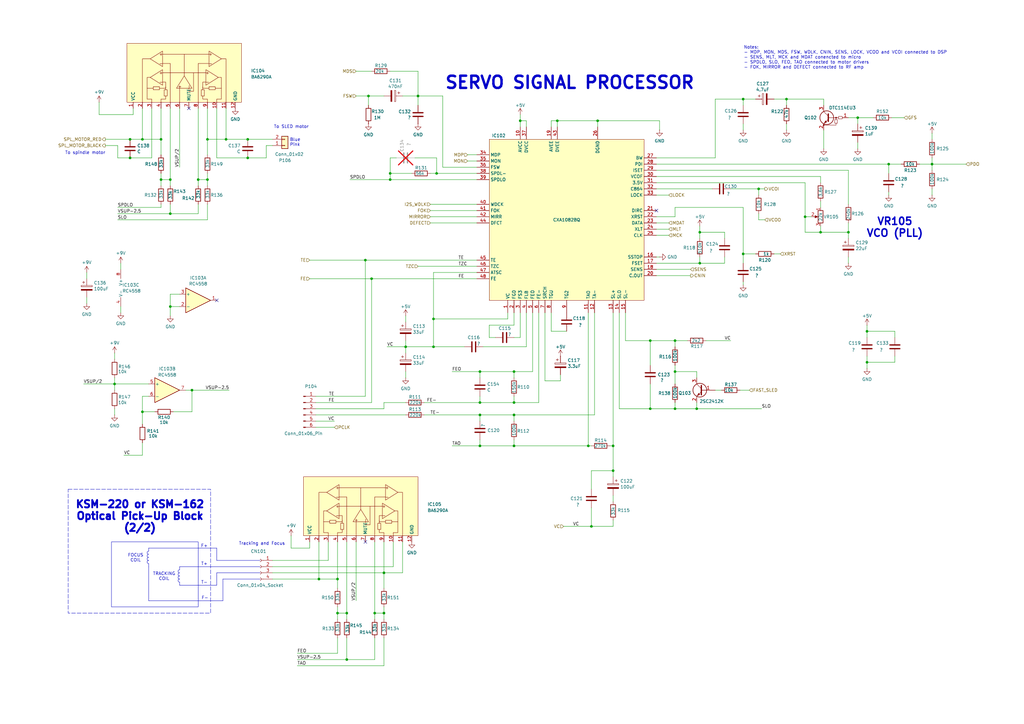
<source format=kicad_sch>
(kicad_sch (version 20231120) (generator "eeschema") (generator_version "8.0")
  (paper "A3")
  (title_block (title "PC-Engine CDR-30A (CD-ROM2) Schematics - MAIN PWR") (date "2025-02-09") (rev "0.3") (company "Author: Regis Galland"))
  (junction (at 210.82 182.88))
  (junction (at 138.43 237.49))
  (junction (at 69.85 87.63))
  (junction (at 287.02 107.95))
  (junction (at 304.8 40.64))
  (junction (at 210.82 165.1))
  (junction (at 166.37 142.24))
  (junction (at 266.7 139.7))
  (junction (at 85.09 57.15))
  (junction (at 228.6 49.53))
  (junction (at 266.7 167.64))
  (junction (at 101.6 64.77))
  (junction (at 196.85 182.88))
  (junction (at 85.09 73.66))
  (junction (at 58.42 168.91))
  (junction (at 153.67 251.46))
  (junction (at 251.46 193.04))
  (junction (at 210.82 152.4))
  (junction (at 160.02 71.12))
  (junction (at 196.85 152.4))
  (junction (at 78.74 160.02))
  (junction (at 138.43 251.46))
  (junction (at 179.07 71.12))
  (junction (at 382.27 67.31))
  (junction (at 355.6 148.59))
  (junction (at 92.71 57.15))
  (junction (at 276.86 139.7))
  (junction (at 177.8 142.24))
  (junction (at 53.34 64.77))
  (junction (at 311.15 77.47))
  (junction (at 130.81 237.49))
  (junction (at 245.11 49.53))
  (junction (at 276.86 152.4))
  (junction (at 171.45 39.37))
  (junction (at 213.36 49.53))
  (junction (at 69.85 125.73))
  (junction (at 177.8 130.81))
  (junction (at 81.28 73.66))
  (junction (at 149.86 106.68))
  (junction (at 152.4 114.3))
  (junction (at 46.99 157.48))
  (junction (at 151.13 39.37))
  (junction (at 69.85 73.66))
  (junction (at 304.8 104.14))
  (junction (at 330.2 88.9))
  (junction (at 276.86 167.64))
  (junction (at 322.58 40.64))
  (junction (at 53.34 57.15))
  (junction (at 347.98 95.25))
  (junction (at 196.85 165.1))
  (junction (at 196.85 170.18))
  (junction (at 157.48 251.46))
  (junction (at 251.46 182.88))
  (junction (at 364.49 67.31))
  (junction (at 66.04 57.15))
  (junction (at 58.42 57.15))
  (junction (at 142.24 251.46))
  (junction (at 242.57 215.9))
  (junction (at 66.04 73.66))
  (junction (at 241.3 182.88))
  (junction (at 287.02 95.25))
  (junction (at 336.55 95.25))
  (junction (at 157.48 234.95))
  (junction (at 210.82 170.18))
  (junction (at 285.75 167.64))
  (junction (at 351.79 48.26))
  (junction (at 355.6 135.89))
  (junction (at 160.02 73.66))
  (junction (at 101.6 57.15))
  (junction (at 142.24 270.51))
  (no_connect (at 149.86 222.25))
  (no_connect (at 269.24 86.36))
  (no_connect (at 88.9 123.19))
  (no_connect (at 77.47 44.45))
  (wire (pts (xy 332.74 88.9) (xy 330.2 88.9)))
  (wire (pts (xy 48.26 64.77) (xy 48.26 59.69)))
  (polyline (pts (xy 88.9 229.87) (xy 106.68 229.87)))
  (wire (pts (xy 355.6 148.59) (xy 367.03 148.59)))
  (wire (pts (xy 130.81 237.49) (xy 138.43 237.49)))
  (wire (pts (xy 73.66 120.65) (xy 69.85 120.65)))
  (wire (pts (xy 355.6 146.05) (xy 355.6 148.59)))
  (wire (pts (xy 161.29 232.41) (xy 161.29 222.25)))
  (wire (pts (xy 285.75 165.1) (xy 285.75 167.64)))
  (wire (pts (xy 276.86 139.7) (xy 281.94 139.7)))
  (wire (pts (xy 176.53 86.36) (xy 195.58 86.36)))
  (wire (pts (xy 66.04 71.12) (xy 66.04 73.66)))
  (wire (pts (xy 364.49 78.74) (xy 364.49 80.01)))
  (wire (pts (xy 185.42 182.88) (xy 196.85 182.88)))
  (wire (pts (xy 143.51 73.66) (xy 160.02 73.66)))
  (wire (pts (xy 317.5 40.64) (xy 322.58 40.64)))
  (wire (pts (xy 176.53 71.12) (xy 179.07 71.12)))
  (wire (pts (xy 129.54 162.56) (xy 149.86 162.56)))
  (wire (pts (xy 330.2 74.93) (xy 330.2 88.9)))
  (wire (pts (xy 58.42 162.56) (xy 60.96 162.56)))
  (wire (pts (xy 364.49 67.31) (xy 364.49 71.12)))
  (wire (pts (xy 242.57 208.28) (xy 242.57 215.9)))
  (wire (pts (xy 251.46 193.04) (xy 251.46 195.58)))
  (wire (pts (xy 283.21 110.49) (xy 269.24 110.49)))
  (wire (pts (xy 54.61 46.99) (xy 54.61 44.45)))
  (wire (pts (xy 48.26 85.09) (xy 66.04 85.09)))
  (wire (pts (xy 119.38 219.71) (xy 119.38 224.79)))
  (wire (pts (xy 251.46 205.74) (xy 251.46 203.2)))
  (wire (pts (xy 138.43 222.25) (xy 138.43 237.49)))
  (wire (pts (xy 274.32 80.01) (xy 269.24 80.01)))
  (wire (pts (xy 92.71 57.15) (xy 101.6 57.15)))
  (wire (pts (xy 210.82 170.18) (xy 243.84 170.18)))
  (wire (pts (xy 317.5 104.14) (xy 320.04 104.14)))
  (wire (pts (xy 274.32 91.44) (xy 269.24 91.44)))
  (wire (pts (xy 256.54 128.27) (xy 256.54 139.7)))
  (wire (pts (xy 293.37 160.02) (xy 295.91 160.02)))
  (wire (pts (xy 196.85 170.18) (xy 196.85 172.72)))
  (wire (pts (xy 297.18 107.95) (xy 287.02 107.95)))
  (wire (pts (xy 213.36 128.27) (xy 213.36 138.43)))
  (wire (pts (xy 153.67 251.46) (xy 157.48 251.46)))
  (wire (pts (xy 146.05 29.21) (xy 152.4 29.21)))
  (polyline (pts (xy 73.66 238.76) (xy 73.66 240.03)))
  (wire (pts (xy 251.46 128.27) (xy 251.46 182.88)))
  (wire (pts (xy 85.09 63.5) (xy 85.09 57.15)))
  (wire (pts (xy 179.07 71.12) (xy 195.58 71.12)))
  (wire (pts (xy 157.48 167.64) (xy 157.48 165.1)))
  (wire (pts (xy 285.75 152.4) (xy 285.75 154.94)))
  (wire (pts (xy 153.67 222.25) (xy 153.67 251.46)))
  (wire (pts (xy 250.19 182.88) (xy 251.46 182.88)))
  (wire (pts (xy 276.86 85.09) (xy 304.8 85.09)))
  (polyline (pts (xy 91.44 237.49) (xy 91.44 246.38)))
  (wire (pts (xy 152.4 114.3) (xy 152.4 165.1)))
  (wire (pts (xy 46.99 167.64) (xy 46.99 170.18)))
  (wire (pts (xy 270.51 49.53) (xy 245.11 49.53)))
  (wire (pts (xy 43.18 57.15) (xy 53.34 57.15)))
  (wire (pts (xy 66.04 57.15) (xy 66.04 63.5)))
  (wire (pts (xy 336.55 82.55) (xy 336.55 85.09)))
  (wire (pts (xy 210.82 172.72) (xy 210.82 170.18)))
  (wire (pts (xy 127 114.3) (xy 152.4 114.3)))
  (wire (pts (xy 367.03 135.89) (xy 355.6 135.89)))
  (wire (pts (xy 157.48 222.25) (xy 157.48 234.95)))
  (wire (pts (xy 365.76 48.26) (xy 370.84 48.26)))
  (wire (pts (xy 53.34 64.77) (xy 48.26 64.77)))
  (wire (pts (xy 396.24 67.31) (xy 382.27 67.31)))
  (wire (pts (xy 304.8 50.8) (xy 304.8 53.34)))
  (wire (pts (xy 336.55 72.39) (xy 336.55 74.93)))
  (wire (pts (xy 48.26 87.63) (xy 69.85 87.63)))
  (wire (pts (xy 226.06 49.53) (xy 228.6 49.53)))
  (wire (pts (xy 299.72 77.47) (xy 311.15 77.47)))
  (wire (pts (xy 347.98 48.26) (xy 351.79 48.26)))
  (wire (pts (xy 35.56 121.92) (xy 35.56 124.46)))
  (wire (pts (xy 269.24 67.31) (xy 364.49 67.31)))
  (wire (pts (xy 58.42 186.69) (xy 58.42 181.61)))
  (wire (pts (xy 210.82 180.34) (xy 210.82 182.88)))
  (wire (pts (xy 173.99 165.1) (xy 196.85 165.1)))
  (wire (pts (xy 149.86 106.68) (xy 149.86 162.56)))
  (wire (pts (xy 242.57 193.04) (xy 242.57 200.66)))
  (wire (pts (xy 274.32 93.98) (xy 269.24 93.98)))
  (wire (pts (xy 213.36 46.99) (xy 213.36 49.53)))
  (wire (pts (xy 226.06 52.07) (xy 226.06 49.53)))
  (wire (pts (xy 129.54 165.1) (xy 152.4 165.1)))
  (wire (pts (xy 129.54 170.18) (xy 166.37 170.18)))
  (wire (pts (xy 129.54 172.72) (xy 137.16 172.72)))
  (wire (pts (xy 311.15 77.47) (xy 313.69 77.47)))
  (wire (pts (xy 121.92 267.97) (xy 138.43 267.97)))
  (wire (pts (xy 215.9 49.53) (xy 213.36 49.53)))
  (wire (pts (xy 111.76 234.95) (xy 157.48 234.95)))
  (wire (pts (xy 101.6 57.15) (xy 111.76 57.15)))
  (wire (pts (xy 347.98 91.44) (xy 347.98 95.25)))
  (wire (pts (xy 119.38 224.79) (xy 127 224.79)))
  (wire (pts (xy 146.05 222.25) (xy 146.05 246.38)))
  (wire (pts (xy 309.88 40.64) (xy 304.8 40.64)))
  (wire (pts (xy 46.99 157.48) (xy 46.99 160.02)))
  (wire (pts (xy 53.34 64.77) (xy 62.23 64.77)))
  (wire (pts (xy 66.04 44.45) (xy 66.04 57.15)))
  (wire (pts (xy 218.44 152.4) (xy 218.44 128.27)))
  (wire (pts (xy 220.98 165.1) (xy 220.98 128.27)))
  (wire (pts (xy 283.21 113.03) (xy 269.24 113.03)))
  (wire (pts (xy 69.85 73.66) (xy 69.85 76.2)))
  (wire (pts (xy 171.45 109.22) (xy 195.58 109.22)))
  (wire (pts (xy 311.15 87.63) (xy 311.15 90.17)))
  (wire (pts (xy 210.82 152.4) (xy 218.44 152.4)))
  (wire (pts (xy 185.42 152.4) (xy 196.85 152.4)))
  (wire (pts (xy 151.13 39.37) (xy 151.13 43.18)))
  (wire (pts (xy 127 224.79) (xy 127 222.25)))
  (wire (pts (xy 245.11 49.53) (xy 245.11 52.07)))
  (wire (pts (xy 355.6 148.59) (xy 355.6 151.13)))
  (wire (pts (xy 304.8 40.64) (xy 293.37 40.64)))
  (wire (pts (xy 297.18 105.41) (xy 297.18 107.95)))
  (polyline (pts (xy 86.36 232.41) (xy 106.68 232.41)))
  (wire (pts (xy 130.81 237.49) (xy 130.81 222.25)))
  (wire (pts (xy 276.86 149.86) (xy 276.86 152.4)))
  (wire (pts (xy 181.61 68.58) (xy 181.61 39.37)))
  (polyline (pts (xy 73.66 240.03) (xy 86.36 240.03)))
  (wire (pts (xy 213.36 49.53) (xy 213.36 52.07)))
  (polyline (pts (xy 73.66 232.41) (xy 73.66 233.68)))
  (wire (pts (xy 347.98 69.85) (xy 347.98 83.82)))
  (polyline (pts (xy 60.96 246.38) (xy 91.44 246.38)))
  (wire (pts (xy 297.18 95.25) (xy 287.02 95.25)))
  (wire (pts (xy 251.46 193.04) (xy 242.57 193.04)))
  (wire (pts (xy 232.41 135.89) (xy 226.06 135.89)))
  (wire (pts (xy 304.8 104.14) (xy 309.88 104.14)))
  (wire (pts (xy 269.24 74.93) (xy 330.2 74.93)))
  (polyline (pts (xy 88.9 240.03) (xy 86.36 240.03)))
  (wire (pts (xy 177.8 142.24) (xy 190.5 142.24)))
  (wire (pts (xy 168.91 71.12) (xy 160.02 71.12)))
  (wire (pts (xy 179.07 64.77) (xy 179.07 71.12)))
  (wire (pts (xy 276.86 167.64) (xy 266.7 167.64)))
  (wire (pts (xy 223.52 128.27) (xy 223.52 156.21)))
  (wire (pts (xy 111.76 232.41) (xy 161.29 232.41)))
  (wire (pts (xy 287.02 95.25) (xy 287.02 97.79)))
  (wire (pts (xy 213.36 138.43) (xy 210.82 138.43)))
  (wire (pts (xy 138.43 237.49) (xy 138.43 241.3)))
  (polyline (pts (xy 91.44 237.49) (xy 106.68 237.49)))
  (wire (pts (xy 304.8 115.57) (xy 304.8 116.84)))
  (wire (pts (xy 92.71 57.15) (xy 92.71 44.45)))
  (wire (pts (xy 43.18 59.69) (xy 48.26 59.69)))
  (wire (pts (xy 287.02 107.95) (xy 287.02 105.41)))
  (wire (pts (xy 196.85 180.34) (xy 196.85 182.88)))
  (wire (pts (xy 62.23 44.45) (xy 62.23 64.77)))
  (wire (pts (xy 157.48 251.46) (xy 157.48 248.92)))
  (wire (pts (xy 176.53 91.44) (xy 195.58 91.44)))
  (polyline (pts (xy 60.96 224.79) (xy 88.9 224.79)))
  (wire (pts (xy 196.85 152.4) (xy 210.82 152.4)))
  (wire (pts (xy 109.22 59.69) (xy 111.76 59.69)))
  (wire (pts (xy 66.04 73.66) (xy 66.04 76.2)))
  (wire (pts (xy 66.04 73.66) (xy 69.85 73.66)))
  (wire (pts (xy 69.85 44.45) (xy 69.85 73.66)))
  (wire (pts (xy 165.1 234.95) (xy 165.1 222.25)))
  (wire (pts (xy 157.48 167.64) (xy 129.54 167.64)))
  (wire (pts (xy 355.6 133.35) (xy 355.6 135.89)))
  (wire (pts (xy 160.02 71.12) (xy 160.02 73.66)))
  (polyline (pts (xy 73.66 232.41) (xy 86.36 232.41)))
  (wire (pts (xy 215.9 128.27) (xy 215.9 142.24)))
  (wire (pts (xy 196.85 165.1) (xy 210.82 165.1)))
  (wire (pts (xy 322.58 40.64) (xy 337.82 40.64)))
  (wire (pts (xy 129.54 175.26) (xy 137.16 175.26)))
  (wire (pts (xy 81.28 44.45) (xy 81.28 73.66)))
  (wire (pts (xy 101.6 64.77) (xy 109.22 64.77)))
  (wire (pts (xy 166.37 142.24) (xy 177.8 142.24)))
  (wire (pts (xy 254 128.27) (xy 254 167.64)))
  (wire (pts (xy 85.09 73.66) (xy 85.09 71.12)))
  (wire (pts (xy 66.04 83.82) (xy 66.04 85.09)))
  (wire (pts (xy 46.99 147.32) (xy 46.99 144.78)))
  (wire (pts (xy 153.67 261.62) (xy 153.67 270.51)))
  (wire (pts (xy 88.9 44.45) (xy 88.9 64.77)))
  (wire (pts (xy 276.86 167.64) (xy 276.86 165.1)))
  (wire (pts (xy 336.55 95.25) (xy 347.98 95.25)))
  (wire (pts (xy 177.8 130.81) (xy 177.8 142.24)))
  (wire (pts (xy 85.09 44.45) (xy 85.09 57.15)))
  (wire (pts (xy 289.56 139.7) (xy 299.72 139.7)))
  (wire (pts (xy 176.53 83.82) (xy 195.58 83.82)))
  (wire (pts (xy 160.02 64.77) (xy 162.56 64.77)))
  (wire (pts (xy 251.46 213.36) (xy 251.46 215.9)))
  (wire (pts (xy 251.46 182.88) (xy 251.46 193.04)))
  (wire (pts (xy 256.54 139.7) (xy 266.7 139.7)))
  (wire (pts (xy 337.82 40.64) (xy 337.82 43.18)))
  (wire (pts (xy 173.99 170.18) (xy 196.85 170.18)))
  (wire (pts (xy 142.24 251.46) (xy 142.24 254)))
  (wire (pts (xy 266.7 139.7) (xy 276.86 139.7)))
  (wire (pts (xy 111.76 237.49) (xy 130.81 237.49)))
  (wire (pts (xy 88.9 64.77) (xy 101.6 64.77)))
  (wire (pts (xy 157.48 261.62) (xy 157.48 273.05)))
  (wire (pts (xy 242.57 215.9) (xy 251.46 215.9)))
  (wire (pts (xy 270.51 105.41) (xy 269.24 105.41)))
  (wire (pts (xy 242.57 182.88) (xy 241.3 182.88)))
  (wire (pts (xy 336.55 92.71) (xy 336.55 95.25)))
  (wire (pts (xy 311.15 90.17) (xy 313.69 90.17)))
  (wire (pts (xy 266.7 139.7) (xy 266.7 149.86)))
  (wire (pts (xy 53.34 57.15) (xy 58.42 57.15)))
  (wire (pts (xy 276.86 152.4) (xy 285.75 152.4)))
  (wire (pts (xy 138.43 251.46) (xy 142.24 251.46)))
  (wire (pts (xy 76.2 160.02) (xy 78.74 160.02)))
  (wire (pts (xy 208.28 128.27) (xy 208.28 130.81)))
  (wire (pts (xy 69.85 83.82) (xy 69.85 87.63)))
  (wire (pts (xy 196.85 165.1) (xy 196.85 162.56)))
  (wire (pts (xy 111.76 229.87) (xy 134.62 229.87)))
  (wire (pts (xy 229.87 156.21) (xy 229.87 153.67)))
  (wire (pts (xy 85.09 90.17) (xy 85.09 83.82)))
  (wire (pts (xy 269.24 69.85) (xy 347.98 69.85)))
  (wire (pts (xy 269.24 107.95) (xy 287.02 107.95)))
  (wire (pts (xy 269.24 72.39) (xy 336.55 72.39)))
  (wire (pts (xy 34.29 157.48) (xy 46.99 157.48)))
  (wire (pts (xy 210.82 152.4) (xy 210.82 154.94)))
  (wire (pts (xy 170.18 64.77) (xy 179.07 64.77)))
  (wire (pts (xy 138.43 261.62) (xy 138.43 267.97)))
  (wire (pts (xy 293.37 40.64) (xy 293.37 64.77)))
  (wire (pts (xy 58.42 162.56) (xy 58.42 168.91)))
  (wire (pts (xy 142.24 270.51) (xy 153.67 270.51)))
  (wire (pts (xy 81.28 73.66) (xy 85.09 73.66)))
  (wire (pts (xy 177.8 130.81) (xy 177.8 111.76)))
  (polyline (pts (xy 88.9 229.87) (xy 88.9 224.79)))
  (wire (pts (xy 171.45 39.37) (xy 181.61 39.37)))
  (wire (pts (xy 171.45 43.18) (xy 171.45 39.37)))
  (wire (pts (xy 191.77 63.5) (xy 195.58 63.5)))
  (wire (pts (xy 382.27 64.77) (xy 382.27 67.31)))
  (wire (pts (xy 304.8 104.14) (xy 304.8 107.95)))
  (wire (pts (xy 336.55 95.25) (xy 330.2 95.25)))
  (wire (pts (xy 176.53 88.9) (xy 195.58 88.9)))
  (wire (pts (xy 274.32 96.52) (xy 269.24 96.52)))
  (wire (pts (xy 69.85 120.65) (xy 69.85 125.73)))
  (wire (pts (xy 40.64 41.91) (xy 40.64 46.99)))
  (wire (pts (xy 210.82 165.1) (xy 220.98 165.1)))
  (wire (pts (xy 276.86 85.09) (xy 276.86 88.9)))
  (wire (pts (xy 166.37 152.4) (xy 166.37 154.94)))
  (wire (pts (xy 157.48 251.46) (xy 157.48 254)))
  (wire (pts (xy 40.64 46.99) (xy 54.61 46.99)))
  (polyline (pts (xy 88.9 234.95) (xy 106.68 234.95)))
  (wire (pts (xy 142.24 222.25) (xy 142.24 251.46)))
  (wire (pts (xy 138.43 251.46) (xy 138.43 254)))
  (polyline (pts (xy 60.96 224.79) (xy 60.96 226.06)))
  (wire (pts (xy 166.37 139.7) (xy 166.37 142.24)))
  (wire (pts (xy 58.42 57.15) (xy 66.04 57.15)))
  (wire (pts (xy 109.22 64.77) (xy 109.22 59.69)))
  (wire (pts (xy 226.06 128.27) (xy 226.06 135.89)))
  (wire (pts (xy 322.58 53.34) (xy 322.58 50.8)))
  (wire (pts (xy 347.98 95.25) (xy 347.98 97.79)))
  (wire (pts (xy 46.99 154.94) (xy 46.99 157.48)))
  (wire (pts (xy 228.6 49.53) (xy 245.11 49.53)))
  (wire (pts (xy 358.14 48.26) (xy 351.79 48.26)))
  (wire (pts (xy 69.85 125.73) (xy 69.85 129.54)))
  (wire (pts (xy 337.82 60.96) (xy 337.82 53.34)))
  (wire (pts (xy 166.37 129.54) (xy 166.37 132.08)))
  (wire (pts (xy 160.02 71.12) (xy 160.02 64.77)))
  (wire (pts (xy 142.24 261.62) (xy 142.24 270.51)))
  (wire (pts (xy 229.87 156.21) (xy 223.52 156.21)))
  (wire (pts (xy 166.37 142.24) (xy 166.37 144.78)))
  (wire (pts (xy 151.13 39.37) (xy 157.48 39.37)))
  (wire (pts (xy 121.92 273.05) (xy 157.48 273.05)))
  (wire (pts (xy 304.8 40.64) (xy 304.8 43.18)))
  (wire (pts (xy 382.27 67.31) (xy 382.27 69.85)))
  (wire (pts (xy 215.9 52.07) (xy 215.9 49.53)))
  (wire (pts (xy 171.45 29.21) (xy 160.02 29.21)))
  (wire (pts (xy 347.98 105.41) (xy 347.98 107.95)))
  (wire (pts (xy 127 106.68) (xy 149.86 106.68)))
  (wire (pts (xy 364.49 67.31) (xy 369.57 67.31)))
  (wire (pts (xy 196.85 182.88) (xy 210.82 182.88)))
  (wire (pts (xy 241.3 128.27) (xy 241.3 182.88)))
  (wire (pts (xy 63.5 168.91) (xy 58.42 168.91)))
  (wire (pts (xy 50.8 186.69) (xy 58.42 186.69)))
  (wire (pts (xy 177.8 130.81) (xy 208.28 130.81)))
  (wire (pts (xy 93.98 160.02) (xy 78.74 160.02)))
  (wire (pts (xy 152.4 114.3) (xy 195.58 114.3)))
  (wire (pts (xy 276.86 88.9) (xy 269.24 88.9)))
  (wire (pts (xy 198.12 142.24) (xy 215.9 142.24)))
  (wire (pts (xy 276.86 139.7) (xy 276.86 142.24)))
  (wire (pts (xy 355.6 135.89) (xy 355.6 138.43)))
  (wire (pts (xy 49.53 125.73) (xy 49.53 128.27)))
  (wire (pts (xy 266.7 167.64) (xy 254 167.64)))
  (wire (pts (xy 367.03 135.89) (xy 367.03 138.43)))
  (wire (pts (xy 81.28 87.63) (xy 81.28 83.82)))
  (polyline (pts (xy 60.96 232.41) (xy 60.96 246.38)))
  (wire (pts (xy 171.45 39.37) (xy 165.1 39.37)))
  (wire (pts (xy 177.8 111.76) (xy 195.58 111.76)))
  (wire (pts (xy 377.19 67.31) (xy 382.27 67.31)))
  (wire (pts (xy 146.05 39.37) (xy 151.13 39.37)))
  (wire (pts (xy 297.18 95.25) (xy 297.18 97.79)))
  (wire (pts (xy 228.6 49.53) (xy 228.6 52.07)))
  (wire (pts (xy 367.03 148.59) (xy 367.03 146.05)))
  (wire (pts (xy 210.82 133.35) (xy 200.66 133.35)))
  (wire (pts (xy 195.58 68.58) (xy 181.61 68.58)))
  (wire (pts (xy 311.15 77.47) (xy 311.15 80.01)))
  (wire (pts (xy 231.14 215.9) (xy 242.57 215.9)))
  (wire (pts (xy 276.86 152.4) (xy 276.86 157.48)))
  (wire (pts (xy 351.79 48.26) (xy 351.79 50.8)))
  (wire (pts (xy 85.09 57.15) (xy 92.71 57.15)))
  (wire (pts (xy 382.27 54.61) (xy 382.27 57.15)))
  (wire (pts (xy 196.85 170.18) (xy 210.82 170.18)))
  (wire (pts (xy 330.2 88.9) (xy 330.2 95.25)))
  (wire (pts (xy 85.09 73.66) (xy 85.09 76.2)))
  (wire (pts (xy 269.24 64.77) (xy 293.37 64.77)))
  (wire (pts (xy 243.84 128.27) (xy 243.84 170.18)))
  (wire (pts (xy 269.24 77.47) (xy 292.1 77.47)))
  (wire (pts (xy 58.42 168.91) (xy 58.42 173.99)))
  (wire (pts (xy 69.85 87.63) (xy 81.28 87.63)))
  (wire (pts (xy 303.53 160.02) (xy 307.34 160.02)))
  (wire (pts (xy 35.56 111.76) (xy 35.56 114.3)))
  (wire (pts (xy 200.66 138.43) (xy 203.2 138.43)))
  (wire (pts (xy 149.86 106.68) (xy 195.58 106.68)))
  (wire (pts (xy 304.8 85.09) (xy 304.8 104.14)))
  (wire (pts (xy 69.85 125.73) (xy 73.66 125.73)))
  (wire (pts (xy 138.43 248.92) (xy 138.43 251.46)))
  (wire (pts (xy 157.48 241.3) (xy 157.48 234.95)))
  (wire (pts (xy 46.99 157.48) (xy 60.96 157.48)))
  (wire (pts (xy 157.48 165.1) (xy 166.37 165.1)))
  (polyline (pts (xy 88.9 234.95) (xy 88.9 240.03)))
  (wire (pts (xy 351.79 60.96) (xy 351.79 58.42)))
  (wire (pts (xy 81.28 73.66) (xy 81.28 76.2)))
  (wire (pts (xy 287.02 92.71) (xy 287.02 95.25)))
  (wire (pts (xy 157.48 234.95) (xy 165.1 234.95)))
  (wire (pts (xy 78.74 168.91) (xy 71.12 168.91)))
  (wire (pts (xy 160.02 73.66) (xy 195.58 73.66)))
  (wire (pts (xy 78.74 160.02) (xy 78.74 168.91)))
  (wire (pts (xy 285.75 167.64) (xy 276.86 167.64)))
  (wire (pts (xy 58.42 44.45) (xy 58.42 57.15)))
  (wire (pts (xy 200.66 133.35) (xy 200.66 138.43)))
  (wire (pts (xy 48.26 90.17) (xy 85.09 90.17)))
  (wire (pts (xy 322.58 43.18) (xy 322.58 40.64)))
  (wire (pts (xy 266.7 157.48) (xy 266.7 167.64)))
  (wire (pts (xy 210.82 128.27) (xy 210.82 133.35)))
  (wire (pts (xy 210.82 162.56) (xy 210.82 165.1)))
  (wire (pts (xy 191.77 66.04) (xy 195.58 66.04)))
  (wire (pts (xy 382.27 77.47) (xy 382.27 80.01)))
  (wire (pts (xy 73.66 44.45) (xy 73.66 68.58)))
  (wire (pts (xy 196.85 152.4) (xy 196.85 154.94)))
  (wire (pts (xy 210.82 182.88) (xy 241.3 182.88)))
  (wire (pts (xy 158.75 142.24) (xy 166.37 142.24)))
  (polyline (pts (xy 60.96 231.14) (xy 60.96 232.41)))
  (wire (pts (xy 153.67 251.46) (xy 153.67 254)))
  (wire (pts (xy 270.51 53.34) (xy 270.51 49.53)))
  (wire (pts (xy 121.92 270.51) (xy 142.24 270.51)))
  (wire (pts (xy 134.62 229.87) (xy 134.62 222.25)))
  (wire (pts (xy 49.53 107.95) (xy 49.53 110.49)))
  (wire (pts (xy 312.42 167.64) (xy 285.75 167.64)))
  (wire (pts (xy 171.45 29.21) (xy 171.45 39.37)))
  (arc (start 60.96 231.14) (mid 60.325 230.505) (end 60.96 229.87))
  (arc (start 73.66 234.95) (mid 73.025 234.315) (end 73.66 233.68))
  (arc (start 73.66 238.76) (mid 73.025 238.125) (end 73.66 237.49))
  (arc (start 60.96 227.33) (mid 60.325 226.695) (end 60.96 226.06))
  (arc (start 60.96 229.87) (mid 60.325 229.235) (end 60.96 228.6))
  (arc (start 73.66 237.49) (mid 73.025 236.855) (end 73.66 236.22))
  (rectangle (start 27.94 200.66) (end 86.36 251.46) (stroke (width 0) (type dash)))
  (arc (start 73.66 236.22) (mid 73.025 235.585) (end 73.66 234.95))
  (rectangle (start 45.72 222.25) (end 81.28 248.92))
  (arc (start 60.96 228.6) (mid 60.325 227.965) (end 60.96 227.33))
  (text "T-" (at 83.82 239.014 0) (effects (font (size 1.27 1.27))))
  (text "To SLED motor\n" (at 112.268 52.832 0) (effects (font (size 1.27 1.27)) (justify left bottom)))
  (text "Notes:\n- MDP, MON, MDS, FSW, WDLK, CNIN, SENS, LOCK, VCOO and VCOI connected to DSP\n- SENS, MLT, MCK and MDAT conencted to micro\n- SPDLO, SLO, FEO, TAO connected to motor drivers\n- FOK, MIRROR and DEFECT connected to RF amp" (at 305.054 23.622 0) (effects (font (size 1.27 1.27)) (justify left)))
  (text "SERVO SIGNAL PROCESSOR" (at 233.68 34.036 0) (effects (font (size 5 5) (thickness 1) (bold yes))))
  (text "Blue\nPink" (at 118.872 60.198 0) (effects (font (size 1.27 1.27)) (justify left bottom)))
  (text "T+" (at 83.82 231.394 0) (effects (font (size 1.27 1.27))))
  (text "KSM-220 or KSM-162\nOptical Pick-Up Block\n(2/2)" (at 57.404 211.836 0) (effects (font (size 3 3) (thickness 1) (bold yes))))
  (text "F-" (at 84.074 245.364 0) (effects (font (size 1.27 1.27))))
  (text "TRACKING\nCOIL" (at 67.31 236.474 0) (effects (font (size 1.27 1.27))))
  (text "FOCUS\nCOIL" (at 55.626 228.854 0) (effects (font (size 1.27 1.27))))
  (text "To spindle motor\n" (at 26.67 63.5 0) (effects (font (size 1.27 1.27)) (justify left bottom)))
  (text "F+" (at 83.82 224.028 0) (effects (font (size 1.27 1.27))))
  (text "Tracking and Focus\n" (at 97.917 223.774 0) (effects (font (size 1.27 1.27)) (justify left bottom)))
  (text "VR105\nVCO (PLL)\n" (at 367.03 97.536 0) (effects (font (size 3 3) (thickness 0.6) (bold yes)) (justify bottom)))
  (label "FEO" (at 121.92 267.97 0))
  (label "FEO" (at 185.42 152.4 0))
  (label "VSUP{slash}2" (at 146.05 246.38 90))
  (label "VC" (at 137.16 172.72 180))
  (label "VSUP-2.5" (at 121.92 270.51 0))
  (label "FE" (at 137.16 165.1 180))
  (label "SLO" (at 48.26 90.17 0))
  (label "TAO" (at 121.92 273.05 0))
  (label "TE" (at 137.16 162.56 180))
  (label "VC" (at 158.75 142.24 0))
  (label "SLO" (at 312.42 167.64 0))
  (label "FE" (at 187.96 114.3 0))
  (label "VSUP{slash}2" (at 73.66 68.58 90))
  (label "VC" (at 299.72 139.7 180))
  (label "VSUP{slash}2" (at 34.29 157.48 0))
  (label "VSUP-2.5" (at 48.26 87.63 0))
  (label "FE-" (at 179.07 165.1 180))
  (label "TE" (at 187.96 106.68 0))
  (label "VSUP-2.5" (at 93.98 160.02 180))
  (label "VC" (at 50.8 186.69 0))
  (label "SPDLO" (at 48.26 85.09 0))
  (label "SPDLO" (at 143.51 73.66 0))
  (label "TZC" (at 187.96 109.22 0))
  (label "TE-" (at 180.34 170.18 180))
  (label "VC" (at 234.95 215.9 0))
  (label "TAO" (at 185.42 182.88 0))
  (hierarchical_label "PDO" (shape input) (at 396.24 67.31 0))
  (hierarchical_label "MON" (shape input) (at 191.77 66.04 180))
  (hierarchical_label "GFS" (shape input) (at 370.84 48.26 0))
  (hierarchical_label "SENS" (shape input) (at 283.21 110.49 0))
  (hierarchical_label "VCOI" (shape output) (at 313.69 77.47 0))
  (hierarchical_label "FSW" (shape input) (at 146.05 39.37 180))
  (hierarchical_label "FAST_SLED" (shape input) (at 307.34 160.02 0))
  (hierarchical_label "MCK" (shape input) (at 274.32 96.52 0))
  (hierarchical_label "DEFECT" (shape input) (at 176.53 91.44 180))
  (hierarchical_label "CNIN" (shape output) (at 283.21 113.03 0))
  (hierarchical_label "MDS" (shape input) (at 146.05 29.21 180))
  (hierarchical_label "FOK" (shape input) (at 176.53 86.36 180))
  (hierarchical_label "MDAT" (shape input) (at 274.32 91.44 0))
  (hierarchical_label "MLT" (shape input) (at 274.32 93.98 0))
  (hierarchical_label "TE" (shape input) (at 127 106.68 180))
  (hierarchical_label "XRST" (shape input) (at 320.04 104.14 0))
  (hierarchical_label "SPL_MOTOR_RED" (shape output) (at 43.18 57.15 180))
  (hierarchical_label "LOCK" (shape input) (at 274.32 80.01 0))
  (hierarchical_label "I2S_WDLK" (shape input) (at 176.53 83.82 180))
  (hierarchical_label "SPL_MOTOR_BLACK" (shape output) (at 43.18 59.69 180))
  (hierarchical_label "PCLK" (shape input) (at 137.16 175.26 0))
  (hierarchical_label "MDP" (shape input) (at 191.77 63.5 180))
  (hierarchical_label "MIRROR" (shape input) (at 176.53 88.9 180))
  (hierarchical_label "VCOO" (shape input) (at 313.69 90.17 0))
  (hierarchical_label "VC" (shape input) (at 231.14 215.9 180))
  (hierarchical_label "FE" (shape input) (at 127 114.3 180))
  (hierarchical_label "TZC" (shape input) (at 171.45 109.22 180))
  (symbol (lib_id "Device:R") (at 157.48 245.11 0) (mirror x) (unit 1)
    (property "Reference" "R151" (at 163.83 245.11 0) (effects (justify right)))
    (property "Value" "33k" (at 157.48 246.761 90) (effects (justify right)))
    (property "Footprint" "Resistor_SMD:R_0603_1608Metric" (effects (hide yes)))
  )
  (symbol (lib_id "power:GND") (at 168.91 222.25 0) (unit 1)
    (property "Reference" "#PWR0109" (effects (hide yes)))
    (property "Value" "GND" (at 168.91 226.6934 0))
    (property "Description" "Power symbol creates a global label with name \"GND\" , ground" (effects (hide yes)))
  )
  (symbol (lib_id "Device:C") (at 304.8 111.76 180) (unit 1)
    (property "Reference" "C125" (at 309.88 110.236 0))
    (property "Value" "?" (at 310.388 113.03 0))
    (property "Footprint" "Capacitor_SMD:C_0603_1608Metric" (effects (hide yes)))
  )
  (symbol (lib_id "Device:R") (at 287.02 101.6 0) (mirror y) (unit 1)
    (property "Reference" "R118" (at 280.162 101.6 0) (effects (justify right)))
    (property "Value" "510k" (at 287.02 99.314 90) (effects (justify right)))
    (property "Footprint" "Resistor_SMD:R_0603_1608Metric" (effects (hide yes)))
  )
  (symbol (lib_id "PC-Engine_CDR-30:2SC2412K") (at 288.29 160.02 0) (mirror y) (unit 1)
    (property "Reference" "Q103" (at 283.4386 161.2322 0) (effects (justify left)))
    (property "Value" "2SC2412K" (at 296.926 164.592 0) (effects (justify left)))
    (property "Footprint" "Package_TO_SOT_SMD:SOT-23" (effects (hide yes)))
    (property "Datasheet" "https://fscdn.rohm.com/en/products/databook/datasheet/discrete/transistor/bipolar/2sc4617e3-e.pdf" (effects (hide yes)))
    (property "Description" "NPN transistor, base/emitter/collector, makring BR22, SOT-23" (effects (hide yes)))
    (property "Sim.Device" "PNP" (effects (hide yes)))
    (property "Sim.Type" "GUMMELPOON" (effects (hide yes)))
    (property "Sim.Pins" "1=C 2=B 3=E" (effects (hide yes)))
  )
  (symbol (lib_id "power:GND") (at 351.79 60.96 0) (mirror y) (unit 1)
    (property "Reference" "#PWR071" (effects (hide yes)))
    (property "Value" "GND" (at 351.79 65.4034 0))
    (property "Description" "Power symbol creates a global label with name \"GND\" , ground" (effects (hide yes)))
  )
  (symbol (lib_id "Device:C") (at 207.01 138.43 270) (unit 1)
    (property "Reference" "C115" (at 207.01 134.62 90))
    (property "Value" "?" (at 209.042 137.16 90))
    (property "Footprint" "Capacitor_SMD:C_0603_1608Metric" (effects (hide yes)))
  )
  (symbol (lib_id "Device:R") (at 285.75 139.7 90) (unit 1)
    (property "Reference" "R117" (at 283.21 141.986 90) (effects (justify right)))
    (property "Value" "2k2" (at 283.718 139.7 90) (effects (justify right)))
    (property "Footprint" "Resistor_SMD:R_0603_1608Metric" (effects (hide yes)))
  )
  (symbol (lib_id "Device:R") (at 142.24 257.81 0) (mirror x) (unit 1)
    (property "Reference" "R145" (at 148.59 256.54 0) (effects (justify right)))
    (property "Value" "33k" (at 142.494 259.588 90) (effects (justify right)))
    (property "Footprint" "Resistor_SMD:R_0603_1608Metric" (effects (hide yes)))
  )
  (symbol (lib_id "power:GND") (at 35.56 124.46 0) (unit 1)
    (property "Reference" "#PWR0114" (effects (hide yes)))
    (property "Value" "GND" (at 35.56 128.9034 0))
    (property "Description" "Power symbol creates a global label with name \"GND\" , ground" (effects (hide yes)))
  )
  (symbol (lib_id "Device:R") (at 153.67 257.81 180) (unit 1)
    (property "Reference" "R144" (at 147.32 259.334 0) (effects (justify right)))
    (property "Value" "33k" (at 153.67 259.334 90) (effects (justify right)))
    (property "Footprint" "Resistor_SMD:R_0603_1608Metric" (effects (hide yes)))
  )
  (symbol (lib_id "power:+9V") (at 40.64 41.91 0) (unit 1)
    (property "Reference" "#PWR0103" (effects (hide yes)))
    (property "Value" "+9V" (at 40.64 37.7769 0))
    (property "Description" "Power symbol creates a global label with name \"+9V\"" (effects (hide yes)))
  )
  (symbol (lib_id "power:GND") (at 382.27 80.01 0) (unit 1)
    (property "Reference" "#PWR077" (effects (hide yes)))
    (property "Value" "GND" (at 382.27 84.4534 0))
    (property "Description" "Power symbol creates a global label with name \"GND\" , ground" (effects (hide yes)))
  )
  (symbol (lib_id "Device:C") (at 196.85 176.53 0) (mirror y) (unit 1)
    (property "Reference" "C120" (at 202.438 176.53 0))
    (property "Value" "?" (at 198.12 174.498 90))
    (property "Footprint" "Capacitor_SMD:C_0603_1608Metric" (effects (hide yes)))
  )
  (symbol (lib_id "Device:R") (at 138.43 257.81 180) (unit 1)
    (property "Reference" "R133" (at 132.08 257.81 0) (effects (justify right)))
    (property "Value" "33k" (at 138.43 259.334 90) (effects (justify right)))
    (property "Footprint" "Resistor_SMD:R_0603_1608Metric" (effects (hide yes)))
  )
  (symbol (lib_id "Device:R") (at 276.86 146.05 180) (unit 1)
    (property "Reference" "R116" (at 270.256 146.304 0) (effects (justify right)))
    (property "Value" "100k" (at 276.86 148.336 90) (effects (justify right)))
    (property "Footprint" "Resistor_SMD:R_0603_1608Metric" (effects (hide yes)))
  )
  (symbol (lib_id "Device:C") (at 304.8 46.99 0) (mirror x) (unit 1)
    (property "Reference" "C126" (at 299.72 45.466 0))
    (property "Value" "?" (at 299.212 48.26 0))
    (property "Footprint" "Capacitor_SMD:C_0603_1608Metric" (effects (hide yes)))
  )
  (symbol (lib_id "power:GND") (at 270.51 105.41 90) (unit 1)
    (property "Reference" "#PWR079" (effects (hide yes)))
    (property "Value" "GND" (at 273.685 105.41 90) (effects (justify right)))
    (property "Description" "Power symbol creates a global label with name \"GND\" , ground" (effects (hide yes)))
  )
  (symbol (lib_id "Device:C_Polarized") (at 229.87 149.86 0) (unit 1)
    (property "Reference" "C117" (at 232.791 147.7588 0) (effects (justify left)))
    (property "Value" "3.3uF" (at 232.791 150.1831 0) (effects (justify left)))
    (property "Footprint" "Capacitor_SMD:CP_Elec_4x5.4" (effects (hide yes)))
  )
  (symbol (lib_id "Device:C_Polarized") (at 166.37 135.89 0) (unit 1)
    (property "Reference" "C113" (at 169.291 133.7888 0) (effects (justify left)))
    (property "Value" "33uF" (at 169.291 136.2131 0) (effects (justify left)))
    (property "Footprint" "Capacitor_SMD:CP_Elec_5x5.4" (effects (hide yes)))
    (property "Description" "Polarized capacitor" (effects (hide yes)))
  )
  (symbol (lib_id "Device:R") (at 85.09 80.01 0) (mirror x) (unit 1)
    (property "Reference" "R136" (at 91.44 80.01 0) (effects (justify right)))
    (property "Value" "33k" (at 85.09 81.534 90) (effects (justify right)))
    (property "Footprint" "Resistor_SMD:R_0603_1608Metric" (effects (hide yes)))
  )
  (symbol (lib_id "Device:R") (at 46.99 151.13 0) (mirror x) (unit 1)
    (property "Reference" "R146" (at 53.594 150.368 0) (effects (justify right)))
    (property "Value" "10k" (at 52.07 152.4 0) (effects (justify right)))
    (property "Footprint" "Resistor_SMD:R_0603_1608Metric" (effects (hide yes)))
  )
  (symbol (lib_id "Device:R") (at 170.18 170.18 90) (unit 1)
    (property "Reference" "R113" (at 167.64 167.894 90) (effects (justify right)))
    (property "Value" "220k" (at 167.894 170.18 90) (effects (justify right)))
    (property "Footprint" "Resistor_SMD:R_0603_1608Metric" (effects (hide yes)))
  )
  (symbol (lib_id "Device:R") (at 336.55 78.74 180) (unit 1)
    (property "Reference" "R127" (at 338.074 78.74 0) (effects (justify right)))
    (property "Value" "3.6k" (at 336.55 80.772 90) (effects (justify right)))
    (property "Footprint" "Resistor_SMD:R_0603_1608Metric" (effects (hide yes)))
  )
  (symbol (lib_id "Device:R_Potentiometer") (at 336.55 88.9 0) (mirror y) (unit 1)
    (property "Reference" "VR105" (at 340.868 88.9 0))
    (property "Value" "22k" (at 336.55 88.9 90))
  )
  (symbol (lib_id "Device:C") (at 101.6 60.96 0) (mirror y) (unit 1)
    (property "Reference" "C137" (at 98.679 59.7478 0) (effects (justify left)))
    (property "Value" "C" (at 98.679 62.1721 0) (effects (justify left)))
    (property "Footprint" "Capacitor_SMD:C_0603_1608Metric" (effects (hide yes)))
  )
  (symbol (lib_id "Device:R") (at 361.95 48.26 270) (mirror x) (unit 1)
    (property "Reference" "R152" (at 364.49 45.72 90) (effects (justify right)))
    (property "Value" "10k" (at 363.728 48.26 90) (effects (justify right)))
    (property "Footprint" "Resistor_SMD:R_0603_1608Metric" (effects (hide yes)))
  )
  (symbol (lib_id "Device:R") (at 210.82 176.53 0) (mirror x) (unit 1)
    (property "Reference" "R112" (at 217.17 176.784 0) (effects (justify right)))
    (property "Value" "100k" (at 210.82 178.816 90) (effects (justify right)))
    (property "Footprint" "Resistor_SMD:R_0603_1608Metric" (effects (hide yes)))
  )
  (symbol (lib_id "Connector_Generic:Conn_01x02") (at 116.84 59.69 0) (mirror x) (unit 1)
    (property "Reference" "P106" (at 114.3 65.786 0) (effects (justify left)))
    (property "Value" "Conn_01x02" (at 112.776 63.246 0) (effects (justify left)))
    (property "Footprint" "Connector_JST:JST_ZE_B02B-ZESK-1D_1x02_P1.50mm_Vertical" (effects (hide yes)))
    (property "Description" "Generic connector, single row, 01x02, script generated (kicad-library-utils/schlib/autogen/connector/)" (effects (hide yes)))
  )
  (symbol (lib_id "Device:R") (at 299.72 160.02 90) (mirror x) (unit 1)
    (property "Reference" "R137" (at 297.18 157.734 90) (effects (justify right)))
    (property "Value" "10k" (at 297.18 160.02 90) (effects (justify right)))
    (property "Footprint" "Resistor_SMD:R_0603_1608Metric" (effects (hide yes)))
  )
  (symbol (lib_id "Device:R") (at 170.18 165.1 90) (unit 1)
    (property "Reference" "R111" (at 167.64 162.814 90) (effects (justify right)))
    (property "Value" "220k" (at 167.894 165.1 90) (effects (justify right)))
    (property "Footprint" "Resistor_SMD:R_0603_1608Metric" (effects (hide yes)))
  )
  (symbol (lib_id "Device:R") (at 66.04 67.31 180) (unit 1)
    (property "Reference" "R148" (at 59.436 67.31 0) (effects (justify right)))
    (property "Value" "33k" (at 66.04 68.961 90) (effects (justify right)))
    (property "Footprint" "Resistor_SMD:R_0603_1608Metric" (effects (hide yes)))
  )
  (symbol (lib_id "Connector:Conn_01x04_Socket") (at 106.68 232.41 0) (mirror y) (unit 1)
    (property "Reference" "CN101" (at 106.045 226.094 0))
    (property "Value" "Conn_01x04_Socket" (at 106.68 240.03 0))
    (property "Footprint" "Connector_FFC-FPC:TE_84952-4_1x04-1MP_P1.0mm_Horizontal" (effects (hide yes)))
    (property "Description" "Generic connector, single row, 01x04, script generated" (effects (hide yes)))
  )
  (symbol (lib_id "Device:C") (at 266.7 153.67 0) (mirror y) (unit 1)
    (property "Reference" "C123" (at 272.288 153.67 0))
    (property "Value" "?" (at 271.526 155.956 0))
    (property "Footprint" "Capacitor_SMD:C_0603_1608Metric" (effects (hide yes)))
  )
  (symbol (lib_id "power:+5V") (at 382.27 54.61 0) (unit 1)
    (property "Reference" "#PWR069" (effects (hide yes)))
    (property "Value" "+5V" (at 382.27 50.8 0))
    (property "Description" "Power symbol creates a global label with name \"+5V\"" (effects (hide yes)))
  )
  (symbol (lib_id "Device:C") (at 196.85 158.75 0) (unit 1)
    (property "Reference" "C154" (at 199.771 157.5378 0) (effects (justify left)))
    (property "Value" "C" (at 199.771 159.9621 0) (effects (justify left)))
    (property "Footprint" "Capacitor_SMD:C_0603_1608Metric" (effects (hide yes)))
  )
  (symbol (lib_id "power:+9V") (at 49.53 107.95 0) (unit 1)
    (property "Reference" "#PWR0112" (effects (hide yes)))
    (property "Value" "+9V" (at 49.53 103.8169 0))
    (property "Description" "Power symbol creates a global label with name \"+9V\"" (effects (hide yes)))
  )
  (symbol (lib_id "Device:C_Polarized") (at 313.69 40.64 90) (mirror x) (unit 1)
    (property "Reference" "C127" (at 312.801 34.3365 90))
    (property "Value" "4.7uF" (at 312.801 36.7608 90))
    (property "Footprint" "Capacitor_SMD:CP_Elec_4x5.4" (effects (hide yes)))
  )
  (symbol (lib_id "power:+5V") (at 229.87 146.05 0) (unit 1)
    (property "Reference" "#PWR0110" (effects (hide yes)))
    (property "Value" "+5V" (at 229.87 142.24 0))
    (property "Description" "Power symbol creates a global label with name \"+5V\"" (effects (hide yes)))
  )
  (symbol (lib_id "power:GND") (at 337.82 60.96 0) (mirror y) (unit 1)
    (property "Reference" "#PWR070" (effects (hide yes)))
    (property "Value" "GND" (at 337.82 65.4034 0))
    (property "Description" "Power symbol creates a global label with name \"GND\" , ground" (effects (hide yes)))
  )
  (symbol (lib_id "Device:R") (at 210.82 158.75 180) (unit 1)
    (property "Reference" "R110" (at 212.09 158.75 0) (effects (justify right)))
    (property "Value" "150k" (at 210.82 161.29 90) (effects (justify right)))
    (property "Footprint" "Resistor_SMD:R_0603_1608Metric" (effects (hide yes)))
  )
  (symbol (lib_id "Device:R") (at 151.13 46.99 0) (mirror x) (unit 1)
    (property "Reference" "R130" (at 157.48 45.72 0) (effects (justify right)))
    (property "Value" "1M" (at 156.21 48.26 0) (effects (justify right)))
    (property "Footprint" "Resistor_SMD:R_0603_1608Metric" (effects (hide yes)))
  )
  (symbol (lib_id "Device:R") (at 138.43 245.11 180) (unit 1)
    (property "Reference" "R150" (at 131.826 245.11 0) (effects (justify right)))
    (property "Value" "33k" (at 138.43 246.761 90) (effects (justify right)))
    (property "Footprint" "Resistor_SMD:R_0603_1608Metric" (effects (hide yes)))
  )
  (symbol (lib_id "Device:R") (at 373.38 67.31 270) (unit 1)
    (property "Reference" "R123" (at 375.92 69.85 90) (effects (justify right)))
    (property "Value" "10k" (at 375.158 67.31 90) (effects (justify right)))
    (property "Footprint" "Resistor_SMD:R_0603_1608Metric" (effects (hide yes)))
  )
  (symbol (lib_id "Device:C_Polarized") (at 166.37 148.59 0) (unit 1)
    (property "Reference" "C114" (at 169.291 146.4888 0) (effects (justify left)))
    (property "Value" "33uF" (at 169.291 148.9131 0) (effects (justify left)))
    (property "Footprint" "Capacitor_SMD:CP_Elec_5x5.4" (effects (hide yes)))
    (property "Description" "Polarized capacitor" (effects (hide yes)))
  )
  (symbol (lib_id "Device:R") (at 69.85 80.01 0) (mirror x) (unit 1)
    (property "Reference" "R143" (at 76.2 78.486 0) (effects (justify right)))
    (property "Value" "33k" (at 69.85 81.788 90) (effects (justify right)))
    (property "Footprint" "Resistor_SMD:R_0603_1608Metric" (effects (hide yes)))
  )
  (symbol (lib_id "Device:R") (at 157.48 257.81 0) (mirror x) (unit 1)
    (property "Reference" "R134" (at 163.83 257.81 0) (effects (justify right)))
    (property "Value" "33k" (at 157.48 259.334 90) (effects (justify right)))
    (property "Footprint" "Resistor_SMD:R_0603_1608Metric" (effects (hide yes)))
  )
  (symbol (lib_id "Device:C") (at 232.41 132.08 180) (unit 1)
    (property "Reference" "C118" (at 237.49 130.556 0))
    (property "Value" "?" (at 237.998 133.35 0))
    (property "Footprint" "Capacitor_SMD:C_0603_1608Metric" (effects (hide yes)))
  )
  (symbol (lib_id "Device:R") (at 382.27 73.66 180) (unit 1)
    (property "Reference" "R124" (at 384.048 73.66 0) (effects (justify right)))
    (property "Value" "100k" (at 382.27 75.946 90) (effects (justify right)))
    (property "Footprint" "Resistor_SMD:R_0603_1608Metric" (effects (hide yes)))
  )
  (symbol (lib_id "PC-Engine_CDR-30:CXA1082BQ") (at 232.41 90.17 0) (unit 1)
    (property "Reference" "IC102" (at 201.676 55.626 0) (effects (justify left)))
    (property "Value" "CXA1082BQ" (at 232.41 90.17 0))
    (property "Footprint" "PC-Engine_CDR-30A:LQFP-48_12x12mm_P0.8mm" (effects (hide yes)))
  )
  (symbol (lib_id "power:+9V") (at 35.56 111.76 0) (unit 1)
    (property "Reference" "#PWR0113" (effects (hide yes)))
    (property "Value" "+9V" (at 35.56 107.6269 0))
    (property "Description" "Power symbol creates a global label with name \"+9V\"" (effects (hide yes)))
  )
  (symbol (lib_id "Device:C_Polarized") (at 35.56 118.11 0) (unit 1)
    (property "Reference" "C136" (at 38.481 116.0088 0) (effects (justify left)))
    (property "Value" "100uF" (at 38.481 118.4331 0) (effects (justify left)))
    (property "Footprint" "Capacitor_SMD:CP_Elec_5x5.4" (effects (hide yes)))
  )
  (symbol (lib_id "power:+5V") (at 166.37 129.54 0) (unit 1)
    (property "Reference" "#PWR083" (effects (hide yes)))
    (property "Value" "+5V" (at 166.37 125.73 0))
    (property "Description" "Power symbol creates a global label with name \"+5V\"" (effects (hide yes)))
  )
  (symbol (lib_id "Device:C") (at 364.49 74.93 180) (unit 1)
    (property "Reference" "C128" (at 369.57 73.406 0))
    (property "Value" "?" (at 370.078 76.2 0))
    (property "Footprint" "Capacitor_SMD:C_0603_1608Metric" (effects (hide yes)))
  )
  (symbol (lib_id "power:GND") (at 270.51 53.34 0) (unit 1)
    (property "Reference" "#PWR066" (effects (hide yes)))
    (property "Value" "GND" (at 270.51 57.7834 0))
    (property "Description" "Power symbol creates a global label with name \"GND\" , ground" (effects (hide yes)))
  )
  (symbol (lib_id "power:+5V") (at 213.36 46.99 0) (unit 1)
    (property "Reference" "#PWR061" (effects (hide yes)))
    (property "Value" "+5V" (at 213.36 43.18 0))
    (property "Description" "Power symbol creates a global label with name \"+5V\"" (effects (hide yes)))
  )
  (symbol (lib_id "power:GND") (at 322.58 53.34 0) (mirror y) (unit 1)
    (property "Reference" "#PWR068" (effects (hide yes)))
    (property "Value" "GND" (at 322.58 57.7834 0))
    (property "Description" "Power symbol creates a global label with name \"GND\" , ground" (effects (hide yes)))
  )
  (symbol (lib_id "power:GND") (at 49.53 128.27 0) (unit 1)
    (property "Reference" "#PWR0115" (effects (hide yes)))
    (property "Value" "GND" (at 49.53 132.7134 0))
    (property "Description" "Power symbol creates a global label with name \"GND\" , ground" (effects (hide yes)))
  )
  (symbol (lib_id "power:GND") (at 46.99 170.18 0) (unit 1)
    (property "Reference" "#PWR0120" (effects (hide yes)))
    (property "Value" "GND" (at 46.99 174.6234 0))
    (property "Description" "Power symbol creates a global label with name \"GND\" , ground" (effects (hide yes)))
  )
  (symbol (lib_id "Device:R") (at 172.72 71.12 90) (unit 1)
    (property "Reference" "R131" (at 170.18 68.834 90) (effects (justify right)))
    (property "Value" "56k" (at 170.434 71.12 90) (effects (justify right)))
    (property "Footprint" "Resistor_SMD:R_0603_1608Metric" (effects (hide yes)))
  )
  (symbol (lib_id "Device:R") (at 382.27 60.96 180) (unit 1)
    (property "Reference" "R125" (at 384.048 60.96 0) (effects (justify right)))
    (property "Value" "100k" (at 382.27 63.246 90) (effects (justify right)))
    (property "Footprint" "Resistor_SMD:R_0603_1608Metric" (effects (hide yes)))
  )
  (symbol (lib_id "Amplifier_Operational:RC4558") (at 52.07 118.11 0) (unit 3)
    (property "Reference" "IC103" (at 50.165 116.8978 0) (effects (justify left)))
    (property "Value" "RC4558" (at 50.165 119.3221 0) (effects (justify left)))
    (property "Footprint" "Package_SO:SOIC-8_3.9x4.9mm_P1.27mm" (effects (hide yes)))
    (property "Datasheet" "http://www.ti.com/lit/ds/symlink/rc4558.pdf" (effects (hide yes)))
  )
  (symbol (lib_id "power:GND") (at 347.98 107.95 0) (unit 1)
    (property "Reference" "#PWR080" (effects (hide yes)))
    (property "Value" "GND" (at 347.98 112.3934 0))
    (property "Description" "Power symbol creates a global label with name \"GND\" , ground" (effects (hide yes)))
  )
  (symbol (lib_id "power:GND") (at 171.45 50.8 0) (unit 1)
    (property "Reference" "#PWR065" (effects (hide yes)))
    (property "Value" "GND" (at 171.45 55.2434 0))
    (property "Description" "Power symbol creates a global label with name \"GND\" , ground" (effects (hide yes)))
  )
  (symbol (lib_id "power:GND") (at 69.85 129.54 0) (unit 1)
    (property "Reference" "#PWR0116" (effects (hide yes)))
    (property "Value" "GND" (at 69.85 133.9834 0))
    (property "Description" "Power symbol creates a global label with name \"GND\" , ground" (effects (hide yes)))
  )
  (symbol (lib_id "PC-Engine_CDR-30:DTC114EU3") (at 339.09 48.26 0) (mirror y) (unit 1)
    (property "Reference" "Q102" (at 335.026 48.26 0) (effects (justify left)))
    (property "Value" "DTC114EU3" (at 351.028 44.196 0) (effects (justify left)))
    (property "Footprint" "Package_TO_SOT_SMD:SOT-23" (effects (hide yes)))
    (property "Datasheet" "https://fscdn.rohm.com/en/products/databook/datasheet/discrete/transistor/digital/dtc114ee3-e.pdf" (effects (hide yes)))
    (property "Description" "NPN bias resistor transistor, base/emitter/collector, 10k, 10k, marking 2421" (effects (hide yes)))
    (property "Sim.Device" "PNP" (effects (hide yes)))
    (property "Sim.Type" "GUMMELPOON" (effects (hide yes)))
    (property "Sim.Pins" "1=C 2=B 3=E" (effects (hide yes)))
  )
  (symbol (lib_id "power:GND") (at 166.37 154.94 0) (unit 1)
    (property "Reference" "#PWR0111" (effects (hide yes)))
    (property "Value" "GND" (at 166.37 159.3834 0))
    (property "Description" "Power symbol creates a global label with name \"GND\" , ground" (effects (hide yes)))
  )
  (symbol (lib_id "PC-Engine_CDR-30:BA6290A") (at 71.12 41.91 0) (unit 1)
    (property "Reference" "IC104" (at 102.9462 29.0103 0) (effects (justify left)))
    (property "Value" "BA6290A" (at 102.9462 31.5472 0) (effects (justify left)))
    (property "Footprint" "TerminalBlock_TE-Connectivity:TerminalBlock_TE_1-282834-2_1x12_P2.54mm_Horizontal" (effects (hide yes)))
    (property "Datasheet" "https://wiki.console5.com/tw/images/4/42/BA6290A.pdf" (effects (hide yes)))
    (property "Description" "Power driver for CD players" (effects (hide yes)))
  )
  (symbol (lib_id "Device:R") (at 58.42 177.8 0) (mirror y) (unit 1)
    (property "Reference" "R141" (at 60.198 176.784 0) (effects (justify right)))
    (property "Value" "10k" (at 60.96 178.816 0) (effects (justify right)))
    (property "Footprint" "Resistor_SMD:R_0603_1608Metric" (effects (hide yes)))
  )
  (symbol (lib_id "Device:R") (at 347.98 87.63 0) (unit 1)
    (property "Reference" "R126" (at 354.33 87.63 0) (effects (justify right)))
    (property "Value" "240k" (at 347.98 85.344 90) (effects (justify right)))
    (property "Footprint" "Resistor_SMD:R_0603_1608Metric" (effects (hide yes)))
  )
  (symbol (lib_id "power:+9V") (at 46.99 144.78 0) (unit 1)
    (property "Reference" "#PWR0117" (effects (hide yes)))
    (property "Value" "+9V" (at 46.99 140.6469 0))
    (property "Description" "Power symbol creates a global label with name \"+9V\"" (effects (hide yes)))
  )
  (symbol (lib_id "Device:C_Polarized") (at 161.29 39.37 270) (unit 1)
    (property "Reference" "C131" (at 162.179 33.0665 90))
    (property "Value" "470nF" (at 162.179 35.4908 90))
    (property "Footprint" "Capacitor_SMD:C_0603_1608Metric" (effects (hide yes)))
  )
  (symbol (lib_id "Device:C") (at 297.18 101.6 0) (mirror x) (unit 1)
    (property "Reference" "C124" (at 292.1 100.076 0))
    (property "Value" "?" (at 291.592 102.87 0))
    (property "Footprint" "Capacitor_SMD:C_0603_1608Metric" (effects (hide yes)))
  )
  (symbol (lib_id "Device:C") (at 355.6 142.24 0) (mirror x) (unit 1)
    (property "Reference" "C119" (at 350.52 140.716 0))
    (property "Value" "?" (at 350.012 143.51 0))
    (property "Footprint" "Capacitor_SMD:C_0603_1608Metric" (effects (hide yes)))
  )
  (symbol (lib_id "power:GND") (at 364.49 80.01 0) (unit 1)
    (property "Reference" "#PWR072" (effects (hide yes)))
    (property "Value" "GND" (at 364.49 84.4534 0))
    (property "Description" "Power symbol creates a global label with name \"GND\" , ground" (effects (hide yes)))
  )
  (symbol (lib_id "power:GND") (at 151.13 50.8 0) (unit 1)
    (property "Reference" "#PWR064" (effects (hide yes)))
    (property "Value" "GND" (at 151.13 55.2434 0))
    (property "Description" "Power symbol creates a global label with name \"GND\" , ground" (effects (hide yes)))
  )
  (symbol (lib_id "Amplifier_Operational:RC4558") (at 68.58 160.02 0) (unit 2)
    (property "Reference" "IC103" (at 68.58 151.2402 0))
    (property "Value" "RC4558" (at 68.58 153.7771 0))
    (property "Footprint" "Package_SO:SOIC-8_3.9x4.9mm_P1.27mm" (effects (hide yes)))
    (property "Datasheet" "http://www.ti.com/lit/ds/symlink/rc4558.pdf" (effects (hide yes)))
  )
  (symbol (lib_id "Device:C") (at 171.45 46.99 0) (mirror x) (unit 1)
    (property "Reference" "C132" (at 168.5291 45.7778 0) (effects (justify right)))
    (property "Value" "?" (at 168.5291 48.2021 0) (effects (justify right)))
    (property "Footprint" "Capacitor_SMD:C_0603_1608Metric" (effects (hide yes)))
  )
  (symbol (lib_id "Device:R") (at 322.58 46.99 180) (unit 1)
    (property "Reference" "R122" (at 316.23 45.72 0) (effects (justify right)))
    (property "Value" "47k" (at 322.58 48.514 90) (effects (justify right)))
    (property "Footprint" "Resistor_SMD:R_0603_1608Metric" (effects (hide yes)))
  )
  (symbol (lib_id "Device:C") (at 194.31 142.24 270) (unit 1)
    (property "Reference" "C116" (at 194.31 138.43 90))
    (property "Value" "?" (at 196.342 140.97 90))
    (property "Footprint" "Capacitor_SMD:C_0603_1608Metric" (effects (hide yes)))
  )
  (symbol (lib_id "Device:R") (at 156.21 29.21 90) (unit 1)
    (property "Reference" "R129" (at 153.67 26.924 90) (effects (justify right)))
    (property "Value" "20k" (at 153.924 29.21 90) (effects (justify right)))
    (property "Footprint" "Resistor_SMD:R_0603_1608Metric" (effects (hide yes)))
  )
  (symbol (lib_id "power:+5V") (at 287.02 92.71 0) (unit 1)
    (property "Reference" "#PWR078" (effects (hide yes)))
    (property "Value" "+5V" (at 287.02 88.9 0))
    (property "Description" "Power symbol creates a global label with name \"+5V\"" (effects (hide yes)))
  )
  (symbol (lib_id "Amplifier_Operational:RC4558") (at 81.28 123.19 0) (unit 1)
    (property "Reference" "IC103" (at 81.28 113.9655 0))
    (property "Value" "RC4558" (at 81.28 116.3898 0))
    (property "Footprint" "Package_SO:SOIC-8_3.9x4.9mm_P1.27mm" (effects (hide yes)))
    (property "Datasheet" "http://www.ti.com/lit/ds/symlink/rc4558.pdf" (effects (hide yes)))
  )
  (symbol (lib_id "Device:R") (at 85.09 67.31 0) (mirror x) (unit 1)
    (property "Reference" "R149" (at 91.44 67.31 0) (effects (justify right)))
    (property "Value" "33k" (at 85.09 68.961 90) (effects (justify right)))
    (property "Footprint" "Resistor_SMD:R_0603_1608Metric" (effects (hide yes)))
  )
  (symbol (lib_id "Connector:Conn_01x06_Pin") (at 124.46 167.64 0) (unit 1)
    (property "Reference" "P104" (at 127.508 158.496 0))
    (property "Value" "Conn_01x06_Pin" (at 124.46 177.8 0))
    (property "Description" "Generic connector, single row, 01x06, script generated" (effects (hide yes)))
  )
  (symbol (lib_id "Device:R") (at 67.31 168.91 270) (mirror x) (unit 1)
    (property "Reference" "R140" (at 69.85 171.196 90) (effects (justify right)))
    (property "Value" "10k" (at 69.088 173.228 90) (effects (justify right)))
    (property "Footprint" "Resistor_SMD:R_0603_1608Metric" (effects (hide yes)))
  )
  (symbol (lib_id "PC-Engine_CDR-30:BA6290A") (at 143.51 219.71 0) (unit 1)
    (property "Reference" "IC105" (at 175.3362 206.8103 0) (effects (justify left)))
    (property "Value" "BA6290A" (at 175.3362 209.3472 0) (effects (justify left)))
    (property "Footprint" "TerminalBlock_TE-Connectivity:TerminalBlock_TE_1-282834-2_1x12_P2.54mm_Horizontal" (effects (hide yes)))
    (property "Datasheet" "https://wiki.console5.com/tw/images/4/42/BA6290A.pdf" (effects (hide yes)))
    (property "Description" "Power driver for CD players" (effects (hide yes)))
  )
  (symbol (lib_id "power:GND") (at 355.6 151.13 0) (mirror y) (unit 1)
    (property "Reference" "#PWR084" (effects (hide yes)))
    (property "Value" "GND" (at 355.6 155.5734 0))
    (property "Description" "Power symbol creates a global label with name \"GND\" , ground" (effects (hide yes)))
  )
  (symbol (lib_id "Device:R") (at 311.15 83.82 180) (unit 1)
    (property "Reference" "R128" (at 313.182 83.82 0) (effects (justify right)))
    (property "Value" "10k" (at 311.15 85.598 90) (effects (justify right)))
    (property "Footprint" "Resistor_SMD:R_0603_1608Metric" (effects (hide yes)))
  )
  (symbol (lib_id "power:+5V") (at 355.6 133.35 0) (unit 1)
    (property "Reference" "#PWR081" (effects (hide yes)))
    (property "Value" "+5V" (at 355.6 129.54 0))
    (property "Description" "Power symbol creates a global label with name \"+5V\"" (effects (hide yes)))
  )
  (symbol (lib_id "Device:C_Polarized") (at 251.46 199.39 0) (mirror y) (unit 1)
    (property "Reference" "C122" (at 254.381 197.2888 0) (effects (justify right)))
    (property "Value" "100uF" (at 254.381 199.7131 0) (effects (justify right)))
    (property "Footprint" "Capacitor_SMD:CP_Elec_5x5.4" (effects (hide yes)))
    (property "Description" "Polarized capacitor" (effects (hide yes)))
  )
  (symbol (lib_id "Device:R") (at 66.04 80.01 180) (unit 1)
    (property "Reference" "R132" (at 59.182 80.01 0) (effects (justify right)))
    (property "Value" "33k" (at 66.04 81.534 90) (effects (justify right)))
    (property "Footprint" "Resistor_SMD:R_0603_1608Metric" (effects (hide yes)))
  )
  (symbol (lib_id "Device:C") (at 367.03 142.24 0) (mirror x) (unit 1)
    (property "Reference" "C133" (at 361.95 140.716 0))
    (property "Value" "?" (at 361.442 143.51 0))
    (property "Footprint" "Capacitor_SMD:C_0603_1608Metric" (effects (hide yes)))
  )
  (symbol (lib_id "power:GND") (at 304.8 53.34 0) (mirror y) (unit 1)
    (property "Reference" "#PWR067" (effects (hide yes)))
    (property "Value" "GND" (at 304.8 57.7834 0))
    (property "Description" "Power symbol creates a global label with name \"GND\" , ground" (effects (hide yes)))
  )
  (symbol (lib_id "Device:C_Polarized") (at 351.79 54.61 0) (mirror y) (unit 1)
    (property "Reference" "C139" (at 354.711 52.5088 0) (effects (justify right)))
    (property "Value" "1uF" (at 354.711 54.9331 0) (effects (justify right)))
    (property "Footprint" "Capacitor_SMD:C_0603_1608Metric" (effects (hide yes)))
    (property "Description" "Polarized capacitor" (effects (hide yes)))
  )
  (symbol (lib_id "Device:C") (at 166.37 64.77 270) (unit 1) (dnp yes)
    (property "Reference" "C134" (at 164.846 59.69 0))
    (property "Value" "?" (at 167.64 59.182 0))
    (property "Footprint" "Capacitor_SMD:C_0603_1608Metric" (effects (hide yes)))
  )
  (symbol (lib_id "Device:R") (at 46.99 163.83 0) (mirror x) (unit 1)
    (property "Reference" "R147" (at 53.594 162.814 0) (effects (justify right)))
    (property "Value" "10k" (at 52.07 165.1 0) (effects (justify right)))
    (property "Footprint" "Resistor_SMD:R_0603_1608Metric" (effects (hide yes)))
  )
  (symbol (lib_id "Device:R") (at 81.28 80.01 180) (unit 1)
    (property "Reference" "R142" (at 74.676 81.28 0) (effects (justify right)))
    (property "Value" "33k" (at 81.28 81.534 90) (effects (justify right)))
    (property "Footprint" "Resistor_SMD:R_0603_1608Metric" (effects (hide yes)))
  )
  (symbol (lib_id "Device:C") (at 242.57 204.47 0) (unit 1)
    (property "Reference" "C121" (at 236.474 204.47 0))
    (property "Value" "?" (at 236.982 207.01 0))
    (property "Footprint" "Capacitor_SMD:C_0603_1608Metric" (effects (hide yes)))
  )
  (symbol (lib_id "Device:R") (at 276.86 161.29 0) (mirror x) (unit 1)
    (property "Reference" "R138" (at 275.082 161.29 0) (effects (justify right)))
    (property "Value" "100k" (at 276.86 163.576 90) (effects (justify right)))
    (property "Footprint" "Resistor_SMD:R_0603_1608Metric" (effects (hide yes)))
  )
  (symbol (lib_id "Device:R") (at 246.38 182.88 270) (unit 1)
    (property "Reference" "R114" (at 248.92 180.594 90) (effects (justify right)))
    (property "Value" "270k" (at 248.666 182.88 90) (effects (justify right)))
    (property "Footprint" "Resistor_SMD:R_0603_1608Metric" (effects (hide yes)))
  )
  (symbol (lib_id "Device:R") (at 313.69 104.14 270) (unit 1)
    (property "Reference" "R120" (at 316.23 106.68 90) (effects (justify right)))
    (property "Value" "1k" (at 315.468 104.14 90) (effects (justify right)))
    (property "Footprint" "Resistor_SMD:R_0603_1608Metric" (effects (hide yes)))
  )
  (symbol (lib_id "Device:R") (at 251.46 209.55 0) (mirror y) (unit 1)
    (property "Reference" "R115" (at 253.238 209.296 0) (effects (justify right)))
    (property "Value" "33k" (at 251.46 207.772 90) (effects (justify right)))
    (property "Footprint" "Resistor_SMD:R_0603_1608Metric" (effects (hide yes)))
  )
  (symbol (lib_id "Device:C") (at 295.91 77.47 270) (mirror x) (unit 1)
    (property "Reference" "C130" (at 299.72 76.454 90))
    (property "Value" "?" (at 298.704 79.502 90))
    (property "Footprint" "Capacitor_SMD:C_0603_1608Metric" (effects (hide yes)))
  )
  (symbol (lib_id "power:GND") (at 96.52 44.45 0) (unit 1)
    (property "Reference" "#PWR0119" (effects (hide yes)))
    (property "Value" "GND" (at 96.52 48.8934 0))
    (property "Description" "Power symbol creates a global label with name \"GND\" , ground" (effects (hide yes)))
  )
  (symbol (lib_id "Device:C") (at 53.34 60.96 0) (unit 1)
    (property "Reference" "C138" (at 56.261 59.7478 0) (effects (justify left)))
    (property "Value" "C" (at 56.261 62.1721 0) (effects (justify left)))
    (property "Footprint" "Capacitor_SMD:C_0603_1608Metric" (effects (hide yes)))
  )
  (symbol (lib_id "power:GND") (at 304.8 116.84 0) (unit 1)
    (property "Reference" "#PWR082" (effects (hide yes)))
    (property "Value" "GND" (at 304.8 121.2834 0))
    (property "Description" "Power symbol creates a global label with name \"GND\" , ground" (effects (hide yes)))
  )
  (symbol (lib_id "power:+9V") (at 119.38 219.71 0) (unit 1)
    (property "Reference" "#PWR099" (effects (hide yes)))
    (property "Value" "+9V" (at 119.38 215.5769 0))
    (property "Description" "Power symbol creates a global label with name \"+9V\"" (effects (hide yes)))
  )
  (symbol (lib_id "Device:C_Polarized") (at 347.98 101.6 0) (unit 1)
    (property "Reference" "C129" (at 350.901 99.4988 0) (effects (justify left)))
    (property "Value" "22uF" (at 350.901 101.9231 0) (effects (justify left)))
    (property "Footprint" "Capacitor_SMD:CP_Elec_5x5.4" (effects (hide yes)))
    (property "Description" "Polarized capacitor" (effects (hide yes)))
  )
)
</source>
